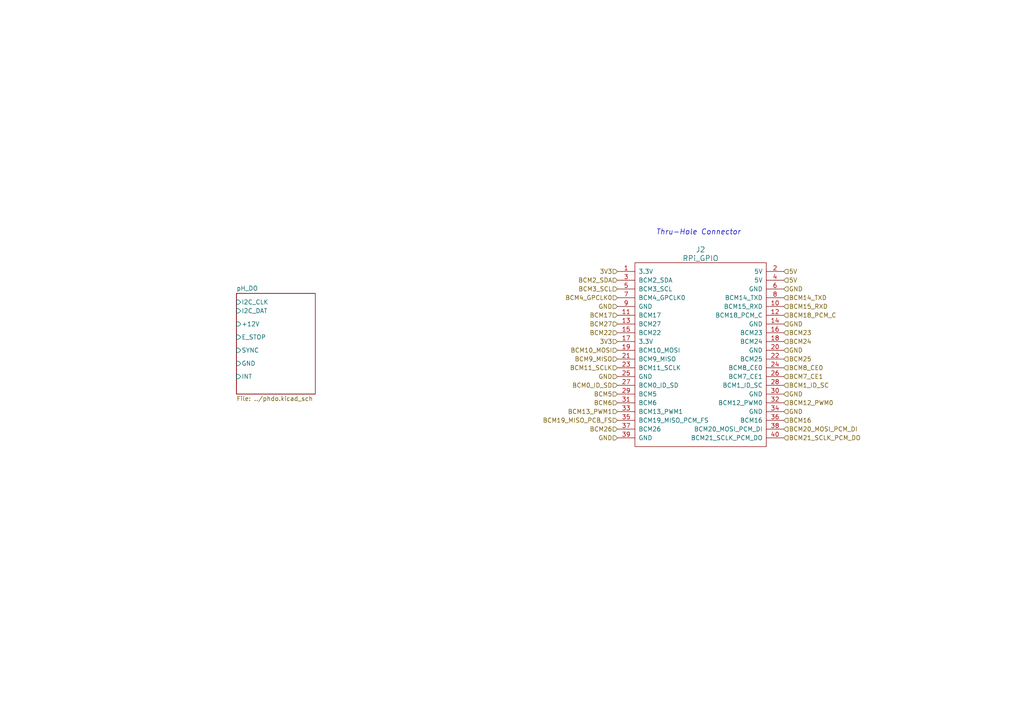
<source format=kicad_sch>
(kicad_sch (version 20231120) (generator "eeschema") (generator_version "8.0")
  (paper "A4")
  (lib_symbols
    (symbol "RPi_Hat1:RPi_GPIO_1" (pin_names (offset 1.016))
      (property "Reference" "J1" (at 19.05 6.35 0))
      (property "Value" "RPi_GPIO" (at 19.05 3.81 0))
      (symbol "RPi_GPIO_1_0_1"
        (rectangle (start 0 2.54) (end 38.1 -50.8))
      )
      (symbol "RPi_GPIO_1_1_1"
        (pin power_in line (at -5.08 0 0) (length 5.08) (name "3.3V") (number "1"))
        (pin bidirectional line (at 43.18 -10.16 180) (length 5.08) (name "BCM15_RXD") (number "10"))
        (pin bidirectional line (at -5.08 -12.7 0) (length 5.08) (name "BCM17") (number "11"))
        (pin bidirectional line (at 43.18 -12.7 180) (length 5.08) (name "BCM18_PCM_C") (number "12"))
        (pin bidirectional line (at -5.08 -15.24 0) (length 5.08) (name "BCM27") (number "13"))
        (pin power_in line (at 43.18 -15.24 180) (length 5.08) (name "GND") (number "14"))
        (pin bidirectional line (at -5.08 -17.78 0) (length 5.08) (name "BCM22") (number "15"))
        (pin bidirectional line (at 43.18 -17.78 180) (length 5.08) (name "BCM23") (number "16"))
        (pin power_in line (at -5.08 -20.32 0) (length 5.08) (name "3.3V") (number "17"))
        (pin bidirectional line (at 43.18 -20.32 180) (length 5.08) (name "BCM24") (number "18"))
        (pin bidirectional line (at -5.08 -22.86 0) (length 5.08) (name "BCM10_MOSI") (number "19"))
        (pin power_in line (at 43.18 0 180) (length 5.08) (name "5V") (number "2"))
        (pin power_in line (at 43.18 -22.86 180) (length 5.08) (name "GND") (number "20"))
        (pin bidirectional line (at -5.08 -25.4 0) (length 5.08) (name "BCM9_MISO") (number "21"))
        (pin bidirectional line (at 43.18 -25.4 180) (length 5.08) (name "BCM25") (number "22"))
        (pin bidirectional line (at -5.08 -27.94 0) (length 5.08) (name "BCM11_SCLK") (number "23"))
        (pin bidirectional line (at 43.18 -27.94 180) (length 5.08) (name "BCM8_CE0") (number "24"))
        (pin power_in line (at -5.08 -30.48 0) (length 5.08) (name "GND") (number "25"))
        (pin bidirectional line (at 43.18 -30.48 180) (length 5.08) (name "BCM7_CE1") (number "26"))
        (pin bidirectional line (at -5.08 -33.02 0) (length 5.08) (name "BCM0_ID_SD") (number "27"))
        (pin bidirectional line (at 43.18 -33.02 180) (length 5.08) (name "BCM1_ID_SC") (number "28"))
        (pin bidirectional line (at -5.08 -35.56 0) (length 5.08) (name "BCM5") (number "29"))
        (pin bidirectional line (at -5.08 -2.54 0) (length 5.08) (name "BCM2_SDA") (number "3"))
        (pin power_in line (at 43.18 -35.56 180) (length 5.08) (name "GND") (number "30"))
        (pin bidirectional line (at -5.08 -38.1 0) (length 5.08) (name "BCM6") (number "31"))
        (pin bidirectional line (at 43.18 -38.1 180) (length 5.08) (name "BCM12_PWM0") (number "32"))
        (pin bidirectional line (at -5.08 -40.64 0) (length 5.08) (name "BCM13_PWM1") (number "33"))
        (pin power_in line (at 43.18 -40.64 180) (length 5.08) (name "GND") (number "34"))
        (pin bidirectional line (at -5.08 -43.18 0) (length 5.08) (name "BCM19_MISO_PCM_FS") (number "35"))
        (pin bidirectional line (at 43.18 -43.18 180) (length 5.08) (name "BCM16") (number "36"))
        (pin bidirectional line (at -5.08 -45.72 0) (length 5.08) (name "BCM26") (number "37"))
        (pin bidirectional line (at 43.18 -45.72 180) (length 5.08) (name "BCM20_MOSI_PCM_DI") (number "38"))
        (pin power_in line (at -5.08 -48.26 0) (length 5.08) (name "GND") (number "39"))
        (pin power_in line (at 43.18 -2.54 180) (length 5.08) (name "5V") (number "4"))
        (pin bidirectional line (at 43.18 -48.26 180) (length 5.08) (name "BCM21_SCLK_PCM_DO") (number "40"))
        (pin bidirectional line (at -5.08 -5.08 0) (length 5.08) (name "BCM3_SCL") (number "5"))
        (pin power_in line (at 43.18 -5.08 180) (length 5.08) (name "GND") (number "6"))
        (pin bidirectional line (at -5.08 -7.62 0) (length 5.08) (name "BCM4_GPCLK0") (number "7"))
        (pin bidirectional line (at 43.18 -7.62 180) (length 5.08) (name "BCM14_TXD") (number "8"))
        (pin power_in line (at -5.08 -10.16 0) (length 5.08) (name "GND") (number "9"))
      )
    )
  )
  (text "Thru-Hole Connector" (at 190.246 68.326 0) (effects (font (size 1.524 1.524) (italic yes)) (justify left bottom)))
  (hierarchical_label "GND" (shape input) (at 227.33 114.3 0))
  (hierarchical_label "BCM23" (shape input) (at 227.33 96.52 0))
  (hierarchical_label "BCM22" (shape input) (at 179.07 96.52 180))
  (hierarchical_label "BCM25" (shape input) (at 227.33 104.14 0))
  (hierarchical_label "3V3" (shape input) (at 179.07 78.74 180))
  (hierarchical_label "GND" (shape input) (at 179.07 88.9 180))
  (hierarchical_label "BCM4_GPCLK0" (shape input) (at 179.07 86.36 180))
  (hierarchical_label "BCM14_TXD" (shape input) (at 227.33 86.36 0))
  (hierarchical_label "BCM1_ID_SC" (shape input) (at 227.33 111.76 0))
  (hierarchical_label "BCM27" (shape input) (at 179.07 93.98 180))
  (hierarchical_label "BCM26" (shape input) (at 179.07 124.46 180))
  (hierarchical_label "BCM2_SDA" (shape input) (at 179.07 81.28 180))
  (hierarchical_label "BCM15_RXD" (shape input) (at 227.33 88.9 0))
  (hierarchical_label "BCM9_MISO" (shape input) (at 179.07 104.14 180))
  (hierarchical_label "BCM17" (shape input) (at 179.07 91.44 180))
  (hierarchical_label "BCM20_MOSI_PCM_DI" (shape input) (at 227.33 124.46 0))
  (hierarchical_label "GND" (shape input) (at 227.33 83.82 0))
  (hierarchical_label "5V" (shape input) (at 227.33 78.74 0))
  (hierarchical_label "3V3" (shape input) (at 179.07 99.06 180))
  (hierarchical_label "BCM12_PWM0" (shape input) (at 227.33 116.84 0))
  (hierarchical_label "BCM24" (shape input) (at 227.33 99.06 0))
  (hierarchical_label "BCM18_PCM_C" (shape input) (at 227.33 91.44 0))
  (hierarchical_label "GND" (shape input) (at 179.07 127 180))
  (hierarchical_label "BCM0_ID_SD" (shape input) (at 179.07 111.76 180))
  (hierarchical_label "GND" (shape input) (at 227.33 93.98 0))
  (hierarchical_label "BCM3_SCL" (shape input) (at 179.07 83.82 180))
  (hierarchical_label "BCM5" (shape input) (at 179.07 114.3 180))
  (hierarchical_label "BCM7_CE1" (shape input) (at 227.33 109.22 0))
  (hierarchical_label "BCM6" (shape input) (at 179.07 116.84 180))
  (hierarchical_label "GND" (shape input) (at 179.07 109.22 180))
  (hierarchical_label "GND" (shape input) (at 227.33 101.6 0))
  (hierarchical_label "BCM8_CE0" (shape input) (at 227.33 106.68 0))
  (hierarchical_label "BCM11_SCLK" (shape input) (at 179.07 106.68 180))
  (hierarchical_label "BCM16" (shape input) (at 227.33 121.92 0))
  (hierarchical_label "GND" (shape input) (at 227.33 119.38 0))
  (hierarchical_label "BCM10_MOSI" (shape input) (at 179.07 101.6 180))
  (hierarchical_label "BCM13_PWM1" (shape input) (at 179.07 119.38 180))
  (hierarchical_label "5V" (shape input) (at 227.33 81.28 0))
  (hierarchical_label "BCM21_SCLK_PCM_DO" (shape input) (at 227.33 127 0))
  (hierarchical_label "BCM19_MISO_PCB_FS" (shape input) (at 179.07 121.92 180))
  (symbol (lib_id "RPi_Hat1:RPi_GPIO_1") (at 184.15 78.74 0) (unit 1)
    (property "Reference" "J2" (at 203.2 72.39 0) (effects (font (size 1.524 1.524))))
    (property "Value" "RPi_GPIO" (at 203.2 74.93 0) (effects (font (size 1.524 1.524))))
    (property "Footprint" "[SLCx_TEMP2]_Template_1_RPi_Hat:Pin_Header_Straight_2x20" (effects (hide yes)))
  )
  (sheet (at 68.58 85.09) (size 22.86 29.21) (stroke (width 0.1524))
    (property "Sheetname" "pH_DO" (at 68.58 84.3784 0) (effects (justify left bottom)))
    (property "Sheetfile" "../phdo.kicad_sch" (at 68.58 114.8846 0) (effects (justify left top)))
    (pin "I2C_CLK" input (at 68.58 87.63 180))
    (pin "I2C_DAT" input (at 68.58 90.17 180))
    (pin "+12V" input (at 68.58 93.98 180))
    (pin "E_STOP" input (at 68.58 97.79 180))
    (pin "SYNC" input (at 68.58 101.6 180))
    (pin "GND" input (at 68.58 105.41 180))
    (pin "INT" input (at 68.58 109.22 180))
  )
)
</source>
